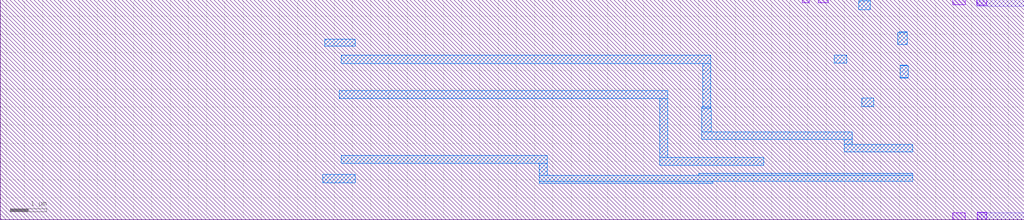
<source format=lef>
VERSION 5.7 ;
  NOWIREEXTENSIONATPIN ON ;
  DIVIDERCHAR "/" ;
  BUSBITCHARS "[]" ;
UNITS
  DATABASE MICRONS 200 ;
END UNITS

LAYER via2
  TYPE CUT ;
END via2

LAYER via
  TYPE CUT ;
END via

LAYER nwell
  TYPE MASTERSLICE ;
END nwell

LAYER via3
  TYPE CUT ;
END via3

LAYER pwell
  TYPE MASTERSLICE ;
END pwell

LAYER via4
  TYPE CUT ;
END via4

LAYER mcon
  TYPE CUT ;
END mcon

LAYER met6
  TYPE ROUTING ;
  WIDTH 0.030000 ;
  SPACING 0.040000 ;
  DIRECTION HORIZONTAL ;
END met6

LAYER met1
  TYPE ROUTING ;
  WIDTH 0.140000 ;
  SPACING 0.140000 ;
  DIRECTION HORIZONTAL ;
END met1

LAYER met3
  TYPE ROUTING ;
  WIDTH 0.300000 ;
  SPACING 0.300000 ;
  DIRECTION HORIZONTAL ;
END met3

LAYER met2
  TYPE ROUTING ;
  WIDTH 0.140000 ;
  SPACING 0.140000 ;
  DIRECTION HORIZONTAL ;
END met2

LAYER met4
  TYPE ROUTING ;
  WIDTH 0.300000 ;
  SPACING 0.300000 ;
  DIRECTION HORIZONTAL ;
END met4

LAYER met5
  TYPE ROUTING ;
  WIDTH 1.600000 ;
  SPACING 1.600000 ;
  DIRECTION HORIZONTAL ;
END met5

LAYER li1
  TYPE ROUTING ;
  WIDTH 0.170000 ;
  SPACING 0.170000 ;
  DIRECTION HORIZONTAL ;
END li1

MACRO sky130_hilas_ta2cell_1fg
  CLASS BLOCK ;
  FOREIGN sky130_hilas_ta2cell_1fg ;
  ORIGIN 26.160 -1.400 ;
  SIZE 28.090 BY 6.050 ;
  OBS
      LAYER nwell ;
        RECT 0.650 7.270 1.930 7.450 ;
        RECT 0.650 1.400 1.930 1.590 ;
      LAYER met1 ;
        RECT -4.160 7.370 -3.970 7.450 ;
        RECT -3.720 7.370 -3.440 7.450 ;
        RECT -0.030 7.310 0.310 7.450 ;
        RECT 0.630 7.300 0.910 7.450 ;
        RECT -0.030 1.400 0.310 1.590 ;
        RECT 0.640 1.400 0.910 1.610 ;
      LAYER met2 ;
        RECT -2.600 7.180 -2.290 7.420 ;
        RECT -1.490 6.550 -1.270 6.570 ;
        RECT -17.260 6.170 -16.420 6.370 ;
        RECT -1.540 6.210 -1.270 6.550 ;
        RECT -16.810 5.700 -6.670 5.920 ;
        RECT -3.280 5.710 -2.930 5.930 ;
        RECT -16.860 4.730 -7.850 4.950 ;
        RECT -16.810 2.950 -11.150 3.170 ;
        RECT -17.310 2.410 -16.420 2.650 ;
        RECT -11.370 2.620 -11.150 2.950 ;
        RECT -8.070 3.120 -7.850 4.730 ;
        RECT -6.890 4.500 -6.670 5.700 ;
        RECT -1.470 5.640 -1.270 5.650 ;
        RECT -1.470 5.310 -1.250 5.640 ;
        RECT -1.450 5.300 -1.250 5.310 ;
        RECT -2.520 4.510 -2.200 4.750 ;
        RECT -6.920 4.460 -6.670 4.500 ;
        RECT -6.920 3.820 -6.660 4.460 ;
        RECT -6.920 3.610 -2.790 3.820 ;
        RECT -3.000 3.470 -2.790 3.610 ;
        RECT -3.000 3.260 -1.130 3.470 ;
        RECT -8.070 2.900 -5.220 3.120 ;
        RECT -7.000 2.620 -1.130 2.670 ;
        RECT -11.370 2.460 -1.130 2.620 ;
        RECT -11.370 2.400 -6.610 2.460 ;
  END
END sky130_hilas_ta2cell_1fg
END LIBRARY


</source>
